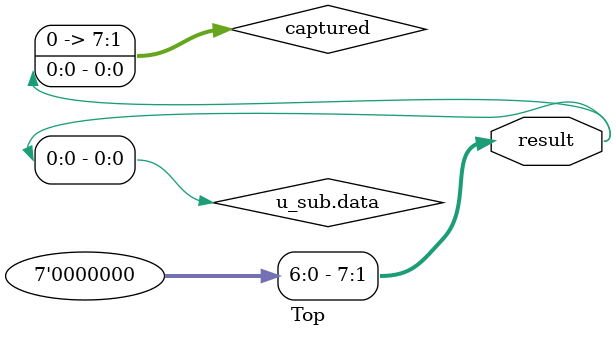
<source format=sv>


module Sub;
  logic [7:0] data = 8'hAB;
endmodule

// CHECK-LABEL: moore.module @Top
module Top(output logic [7:0] result);
  // CHECK: moore.instance "u_sub" @Sub
  Sub u_sub();

  // Variable with hierarchical initializer - processed after instance
  // CHECK: [[READ:%.+]] = moore.read %u_sub.data
  // CHECK: %captured = moore.variable [[READ]]
  logic [7:0] captured = u_sub.data;

  // Use the variable so it's not DCE'd
  // CHECK: moore.read %captured
  assign result = captured;
endmodule

</source>
